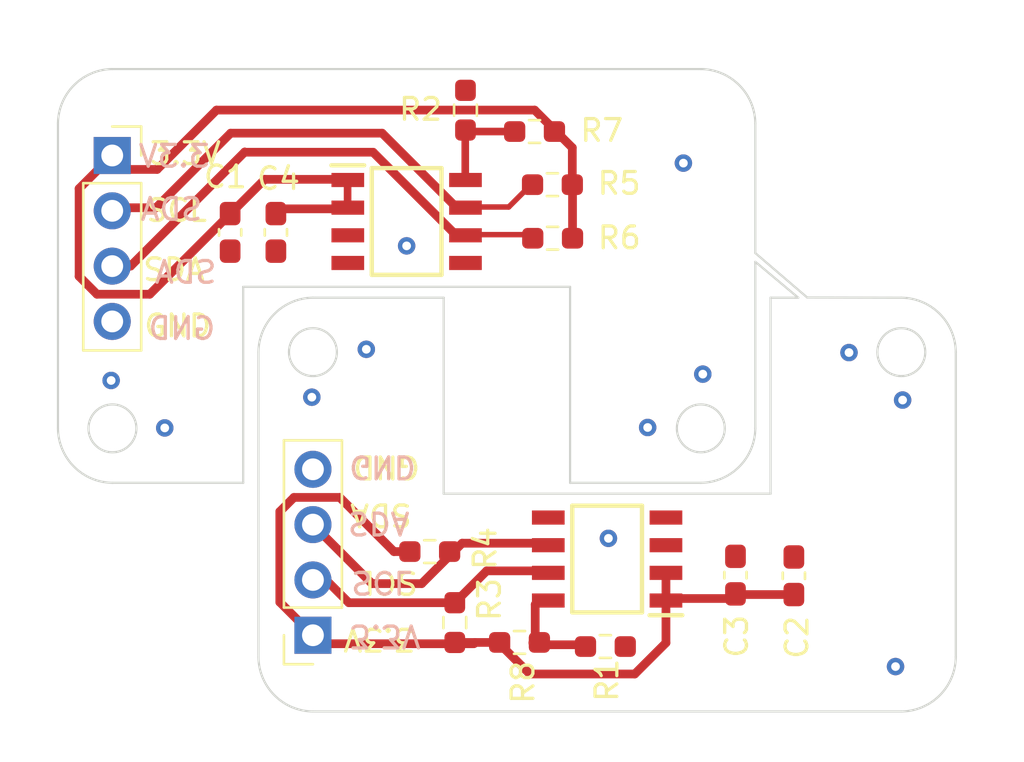
<source format=kicad_pcb>
(kicad_pcb (version 20221018) (generator pcbnew)
  (layers (0 "F.Cu" signal) (31 "B.Cu" signal) (34 "B.Paste" user) (35 "F.Paste" user) (36 "B.SilkS" user "B.Silkscreen") (37 "F.SilkS" user "F.Silkscreen") (38 "B.Mask" user) (39 "F.Mask" user) (44 "Edge.Cuts" user))
  (net 0 "")
  (net 1 "GND")
  (net 4 "/SDA_0")
  (net 5 "/SCL_0")
  (net 6 "Net-(IC1-DIR)")
  (net 9 "/SDA_1")
  (net 10 "/SCL_1")
  (net 11 "Net-(IC2-DIR)")
  (net 12 "/3.3V")
  (footprint "Resistor_SMD:R_0603_1608Metric_Pad0.98x0.95mm_HandSolder" (layer "F.Cu") (at 109.71 115.41878 -90)
    (fp_text reference "R3" (at -1.06 -1.589999 -90) (layer "F.SilkS"))
    (fp_text value "4.7k")
    (fp_line (start -0.254724 -0.5225) (end 0.254724 -0.5225) (stroke (width 0.12)) (layer "F.SilkS"))
    (fp_line (start -0.254724 0.5225) (end 0.254724 0.5225) (stroke (width 0.12)) (layer "F.SilkS"))
    (pad "1" smd roundrect (at -0.9125 0 270) (size 0.975 0.95) (layers "F.Cu" "F.Paste" "F.Mask") (net 5 "/SCL_0"))
    (pad "2" smd roundrect (at 0.9125 0 270) (size 0.975 0.95) (layers "F.Cu" "F.Paste" "F.Mask") (net 12 "/3.3V"))
  )
  (footprint "Connector_PinSocket_2.54mm:PinSocket_1x04_P2.54mm_Vertical" (layer "F.Cu") (at 93.99 93.97)
    (fp_text reference "J2" hide)
    (fp_text value "MR_Conn")
    (fp_line (start -1.33 1.27) (end -1.33 8.95) (stroke (width 0.12)) (layer "F.SilkS"))
    (fp_line (start -1.33 1.27) (end 1.33 1.27) (stroke (width 0.12)) (layer "F.SilkS"))
    (fp_line (start -1.33 8.95) (end 1.33 8.95) (stroke (width 0.12)) (layer "F.SilkS"))
    (fp_line (start 0 -1.33) (end 1.33 -1.33) (stroke (width 0.12)) (layer "F.SilkS"))
    (fp_line (start 1.33 -1.33) (end 1.33 0) (stroke (width 0.12)) (layer "F.SilkS"))
    (fp_line (start 1.33 1.27) (end 1.33 8.95) (stroke (width 0.12)) (layer "F.SilkS"))
    (pad "1" thru_hole rect (at 0 0) (size 1.7 1.7) (drill 1) (layers "*.Cu" "*.Mask") (net 12 "/3.3V"))
    (pad "2" thru_hole oval (at 0 2.54) (size 1.7 1.7) (drill 1) (layers "*.Cu" "*.Mask") (net 10 "/SCL_1"))
    (pad "3" thru_hole oval (at 0 5.08) (size 1.7 1.7) (drill 1) (layers "*.Cu" "*.Mask") (net 9 "/SDA_1"))
    (pad "4" thru_hole oval (at 0 7.62) (size 1.7 1.7) (drill 1) (layers "*.Cu" "*.Mask") (net 1 "GND"))
  )
  (footprint "Capacitor_SMD:C_0603_1608Metric_Pad1.08x0.95mm_HandSolder" (layer "F.Cu") (at 99.4 97.5 -90)
    (fp_text reference "C1" (at -2.55 0.22) (layer "F.SilkS"))
    (fp_text value "0.1uF")
    (fp_line (start -0.146267 -0.51) (end 0.146267 -0.51) (stroke (width 0.12)) (layer "F.SilkS"))
    (fp_line (start -0.146267 0.51) (end 0.146267 0.51) (stroke (width 0.12)) (layer "F.SilkS"))
    (pad "1" smd roundrect (at -0.8625 0 270) (size 1.075 0.95) (layers "F.Cu" "F.Paste" "F.Mask") (net 12 "/3.3V"))
    (pad "2" smd roundrect (at 0.8625 0 270) (size 1.075 0.95) (layers "F.Cu" "F.Paste" "F.Mask") (net 1 "GND"))
  )
  (footprint "footprint:SOIC127P600X175-8N" (layer "F.Cu") (at 116.699998 112.5 180)
    (fp_text reference "IC1" hide)
    (fp_text value "AS5600-MR")
    (fp_line (start -3.45 -2.58) (end -1.95 -2.58) (stroke (width 0.2)) (layer "F.SilkS"))
    (fp_line (start -1.6 -2.45) (end 1.6 -2.45) (stroke (width 0.2)) (layer "F.SilkS"))
    (fp_line (start -1.6 2.45) (end -1.6 -2.45) (stroke (width 0.2)) (layer "F.SilkS"))
    (fp_line (start 1.6 -2.45) (end 1.6 2.45) (stroke (width 0.2)) (layer "F.SilkS"))
    (fp_line (start 1.6 2.45) (end -1.6 2.45) (stroke (width 0.2)) (layer "F.SilkS"))
    (pad "1" smd rect (at -2.7 -1.905 180) (size 1.5 0.65) (layers "F.Cu" "F.Paste" "F.Mask") (net 12 "/3.3V"))
    (pad "2" smd rect (at -2.7 -0.635 180) (size 1.5 0.65) (layers "F.Cu" "F.Paste" "F.Mask") (net 12 "/3.3V"))
    (pad "3" smd rect (at -2.7 0.635 180) (size 1.5 0.65) (layers "F.Cu" "F.Paste" "F.Mask"))
    (pad "4" smd rect (at -2.7 1.905 180) (size 1.5 0.65) (layers "F.Cu" "F.Paste" "F.Mask") (net 1 "GND"))
    (pad "5" smd rect (at 2.7 1.905 180) (size 1.5 0.65) (layers "F.Cu" "F.Paste" "F.Mask"))
    (pad "6" smd rect (at 2.7 0.635 180) (size 1.5 0.65) (layers "F.Cu" "F.Paste" "F.Mask") (net 4 "/SDA_0"))
    (pad "7" smd rect (at 2.7 -0.635 180) (size 1.5 0.65) (layers "F.Cu" "F.Paste" "F.Mask") (net 5 "/SCL_0"))
    (pad "8" smd rect (at 2.7 -1.905 180) (size 1.5 0.65) (layers "F.Cu" "F.Paste" "F.Mask") (net 6 "Net-(IC1-DIR)"))
  )
  (footprint "Resistor_SMD:R_0603_1608Metric_Pad0.98x0.95mm_HandSolder" (layer "F.Cu") (at 116.62 116.51878)
    (fp_text reference "R1" (at 0.07 1.55 90) (layer "F.SilkS"))
    (fp_text value "4.7k")
    (fp_line (start -0.254724 -0.5225) (end 0.254724 -0.5225) (stroke (width 0.12)) (layer "F.SilkS"))
    (fp_line (start -0.254724 0.5225) (end 0.254724 0.5225) (stroke (width 0.12)) (layer "F.SilkS"))
    (pad "1" smd roundrect (at -0.9125 0) (size 0.975 0.95) (layers "F.Cu" "F.Paste" "F.Mask") (net 6 "Net-(IC1-DIR)"))
    (pad "2" smd roundrect (at 0.9125 0) (size 0.975 0.95) (layers "F.Cu" "F.Paste" "F.Mask") (net 1 "GND"))
  )
  (footprint "Capacitor_SMD:C_0603_1608Metric_Pad1.08x0.95mm_HandSolder" (layer "F.Cu") (at 101.5 97.5 -90)
    (fp_text reference "C4" (at -2.47 -0.12) (layer "F.SilkS"))
    (fp_text value "1uF")
    (fp_line (start -0.146267 -0.51) (end 0.146267 -0.51) (stroke (width 0.12)) (layer "F.SilkS"))
    (fp_line (start -0.146267 0.51) (end 0.146267 0.51) (stroke (width 0.12)) (layer "F.SilkS"))
    (pad "1" smd roundrect (at -0.8625 0 270) (size 1.075 0.95) (layers "F.Cu" "F.Paste" "F.Mask") (net 12 "/3.3V"))
    (pad "2" smd roundrect (at 0.8625 0 270) (size 1.075 0.95) (layers "F.Cu" "F.Paste" "F.Mask") (net 1 "GND"))
  )
  (footprint "Resistor_SMD:R_0603_1608Metric_Pad0.98x0.95mm_HandSolder" (layer "F.Cu") (at 108.559999 112.158781 180)
    (fp_text reference "R4" (at -2.54 0.150001 90) (layer "F.SilkS"))
    (fp_text value "4.7k")
    (fp_line (start -0.254724 -0.5225) (end 0.254724 -0.5225) (stroke (width 0.12)) (layer "F.SilkS"))
    (fp_line (start -0.254724 0.5225) (end 0.254724 0.5225) (stroke (width 0.12)) (layer "F.SilkS"))
    (pad "1" smd roundrect (at -0.9125 0 180) (size 0.975 0.95) (layers "F.Cu" "F.Paste" "F.Mask") (net 4 "/SDA_0"))
    (pad "2" smd roundrect (at 0.9125 0 180) (size 0.975 0.95) (layers "F.Cu" "F.Paste" "F.Mask") (net 12 "/3.3V"))
  )
  (footprint "Resistor_SMD:R_0603_1608Metric_Pad0.98x0.95mm_HandSolder" (layer "F.Cu") (at 110.2 91.89 90)
    (fp_text reference "R2" (at 0.04 -2.06 180) (layer "F.SilkS"))
    (fp_text value "4.7k")
    (fp_line (start -0.254724 -0.5225) (end 0.254724 -0.5225) (stroke (width 0.12)) (layer "F.SilkS"))
    (fp_line (start -0.254724 0.5225) (end 0.254724 0.5225) (stroke (width 0.12)) (layer "F.SilkS"))
    (pad "1" smd roundrect (at -0.9125 0 90) (size 0.975 0.95) (layers "F.Cu" "F.Paste" "F.Mask") (net 11 "Net-(IC2-DIR)"))
    (pad "2" smd roundrect (at 0.9125 0 90) (size 0.975 0.95) (layers "F.Cu" "F.Paste" "F.Mask") (net 1 "GND"))
  )
  (footprint "Resistor_SMD:R_0603_1608Metric_Pad0.98x0.95mm_HandSolder" (layer "F.Cu") (at 112.68 116.32878 180)
    (fp_text reference "R8" (at -0.159999 -1.83 90) (layer "F.SilkS"))
    (fp_text value "4.7k")
    (fp_line (start -0.254724 -0.5225) (end 0.254724 -0.5225) (stroke (width 0.12)) (layer "F.SilkS"))
    (fp_line (start -0.254724 0.5225) (end 0.254724 0.5225) (stroke (width 0.12)) (layer "F.SilkS"))
    (pad "1" smd roundrect (at -0.9125 0 180) (size 0.975 0.95) (layers "F.Cu" "F.Paste" "F.Mask") (net 6 "Net-(IC1-DIR)"))
    (pad "2" smd roundrect (at 0.9125 0 180) (size 0.975 0.95) (layers "F.Cu" "F.Paste" "F.Mask") (net 12 "/3.3V"))
  )
  (footprint "Resistor_SMD:R_0603_1608Metric_Pad0.98x0.95mm_HandSolder" (layer "F.Cu") (at 114.2 97.77)
    (fp_text reference "R6" (at 3.06 -0.02) (layer "F.SilkS"))
    (fp_text value "4.7k")
    (fp_line (start -0.254724 -0.5225) (end 0.254724 -0.5225) (stroke (width 0.12)) (layer "F.SilkS"))
    (fp_line (start -0.254724 0.5225) (end 0.254724 0.5225) (stroke (width 0.12)) (layer "F.SilkS"))
    (pad "1" smd roundrect (at -0.9125 0) (size 0.975 0.95) (layers "F.Cu" "F.Paste" "F.Mask") (net 9 "/SDA_1"))
    (pad "2" smd roundrect (at 0.9125 0) (size 0.975 0.95) (layers "F.Cu" "F.Paste" "F.Mask") (net 12 "/3.3V"))
  )
  (footprint "Connector_PinSocket_2.54mm:PinSocket_1x04_P2.54mm_Vertical" (layer "F.Cu") (at 103.199999 116 180)
    (fp_text reference "J1" hide)
    (fp_text value "ML_Conn")
    (fp_line (start -1.33 1.27) (end -1.33 8.95) (stroke (width 0.12)) (layer "F.SilkS"))
    (fp_line (start -1.33 1.27) (end 1.33 1.27) (stroke (width 0.12)) (layer "F.SilkS"))
    (fp_line (start -1.33 8.95) (end 1.33 8.95) (stroke (width 0.12)) (layer "F.SilkS"))
    (fp_line (start 0 -1.33) (end 1.33 -1.33) (stroke (width 0.12)) (layer "F.SilkS"))
    (fp_line (start 1.33 -1.33) (end 1.33 0) (stroke (width 0.12)) (layer "F.SilkS"))
    (fp_line (start 1.33 1.27) (end 1.33 8.95) (stroke (width 0.12)) (layer "F.SilkS"))
    (pad "1" thru_hole rect (at 0 0 180) (size 1.7 1.7) (drill 1) (layers "*.Cu" "*.Mask") (net 12 "/3.3V"))
    (pad "2" thru_hole oval (at 0 2.54 180) (size 1.7 1.7) (drill 1) (layers "*.Cu" "*.Mask") (net 5 "/SCL_0"))
    (pad "3" thru_hole oval (at 0 5.08 180) (size 1.7 1.7) (drill 1) (layers "*.Cu" "*.Mask") (net 4 "/SDA_0"))
    (pad "4" thru_hole oval (at 0 7.62 180) (size 1.7 1.7) (drill 1) (layers "*.Cu" "*.Mask") (net 1 "GND"))
  )
  (footprint "Resistor_SMD:R_0603_1608Metric_Pad0.98x0.95mm_HandSolder" (layer "F.Cu") (at 114.19 95.31)
    (fp_text reference "R5" (at 3.06 -0.06) (layer "F.SilkS"))
    (fp_text value "4.7k")
    (fp_line (start -0.254724 -0.5225) (end 0.254724 -0.5225) (stroke (width 0.12)) (layer "F.SilkS"))
    (fp_line (start -0.254724 0.5225) (end 0.254724 0.5225) (stroke (width 0.12)) (layer "F.SilkS"))
    (pad "1" smd roundrect (at -0.9125 0) (size 0.975 0.95) (layers "F.Cu" "F.Paste" "F.Mask") (net 10 "/SCL_1"))
    (pad "2" smd roundrect (at 0.9125 0) (size 0.975 0.95) (layers "F.Cu" "F.Paste" "F.Mask") (net 12 "/3.3V"))
  )
  (footprint "footprint:SOIC127P600X175-8N" (layer "F.Cu") (at 107.5 97)
    (fp_text reference "IC2" hide)
    (fp_text value "AS5600-ML")
    (fp_line (start -3.45 -2.58) (end -1.95 -2.58) (stroke (width 0.2)) (layer "F.SilkS"))
    (fp_line (start -1.6 -2.45) (end 1.6 -2.45) (stroke (width 0.2)) (layer "F.SilkS"))
    (fp_line (start -1.6 2.45) (end -1.6 -2.45) (stroke (width 0.2)) (layer "F.SilkS"))
    (fp_line (start 1.6 -2.45) (end 1.6 2.45) (stroke (width 0.2)) (layer "F.SilkS"))
    (fp_line (start 1.6 2.45) (end -1.6 2.45) (stroke (width 0.2)) (layer "F.SilkS"))
    (pad "1" smd rect (at -2.7 -1.905) (size 1.5 0.65) (layers "F.Cu" "F.Paste" "F.Mask") (net 12 "/3.3V"))
    (pad "2" smd rect (at -2.7 -0.635) (size 1.5 0.65) (layers "F.Cu" "F.Paste" "F.Mask") (net 12 "/3.3V"))
    (pad "3" smd rect (at -2.7 0.635) (size 1.5 0.65) (layers "F.Cu" "F.Paste" "F.Mask"))
    (pad "4" smd rect (at -2.7 1.905) (size 1.5 0.65) (layers "F.Cu" "F.Paste" "F.Mask") (net 1 "GND"))
    (pad "5" smd rect (at 2.7 1.905) (size 1.5 0.65) (layers "F.Cu" "F.Paste" "F.Mask"))
    (pad "6" smd rect (at 2.7 0.635) (size 1.5 0.65) (layers "F.Cu" "F.Paste" "F.Mask") (net 9 "/SDA_1"))
    (pad "7" smd rect (at 2.7 -0.635) (size 1.5 0.65) (layers "F.Cu" "F.Paste" "F.Mask") (net 10 "/SCL_1"))
    (pad "8" smd rect (at 2.7 -1.905) (size 1.5 0.65) (layers "F.Cu" "F.Paste" "F.Mask") (net 11 "Net-(IC2-DIR)"))
  )
  (footprint "Capacitor_SMD:C_0603_1608Metric_Pad1.08x0.95mm_HandSolder" (layer "F.Cu") (at 122.589999 113.23878 90)
    (fp_text reference "C3" (at -2.81 0.05 90) (layer "F.SilkS"))
    (fp_text value "1uF")
    (fp_line (start -0.146267 -0.51) (end 0.146267 -0.51) (stroke (width 0.12)) (layer "F.SilkS"))
    (fp_line (start -0.146267 0.51) (end 0.146267 0.51) (stroke (width 0.12)) (layer "F.SilkS"))
    (pad "1" smd roundrect (at -0.8625 0 90) (size 1.075 0.95) (layers "F.Cu" "F.Paste" "F.Mask") (net 12 "/3.3V"))
    (pad "2" smd roundrect (at 0.8625 0 90) (size 1.075 0.95) (layers "F.Cu" "F.Paste" "F.Mask") (net 1 "GND"))
  )
  (footprint "Capacitor_SMD:C_0603_1608Metric_Pad1.08x0.95mm_HandSolder" (layer "F.Cu") (at 125.269999 113.26878 90)
    (fp_text reference "C2" (at -2.83 0.14 90) (layer "F.SilkS"))
    (fp_text value "0.1uF")
    (fp_line (start -0.146267 -0.51) (end 0.146267 -0.51) (stroke (width 0.12)) (layer "F.SilkS"))
    (fp_line (start -0.146267 0.51) (end 0.146267 0.51) (stroke (width 0.12)) (layer "F.SilkS"))
    (pad "1" smd roundrect (at -0.8625 0 90) (size 1.075 0.95) (layers "F.Cu" "F.Paste" "F.Mask") (net 12 "/3.3V"))
    (pad "2" smd roundrect (at 0.8625 0 90) (size 1.075 0.95) (layers "F.Cu" "F.Paste" "F.Mask") (net 1 "GND"))
  )
  (footprint "Resistor_SMD:R_0603_1608Metric_Pad0.98x0.95mm_HandSolder" (layer "F.Cu") (at 113.37 92.87)
    (fp_text reference "R7" (at 3.09 -0.05 180) (layer "F.SilkS"))
    (fp_text value "4.7k")
    (fp_line (start -0.254724 -0.5225) (end 0.254724 -0.5225) (stroke (width 0.12)) (layer "F.SilkS"))
    (fp_line (start -0.254724 0.5225) (end 0.254724 0.5225) (stroke (width 0.12)) (layer "F.SilkS"))
    (pad "1" smd roundrect (at -0.9125 0) (size 0.975 0.95) (layers "F.Cu" "F.Paste" "F.Mask") (net 11 "Net-(IC2-DIR)"))
    (pad "2" smd roundrect (at 0.9125 0) (size 0.975 0.95) (layers "F.Cu" "F.Paste" "F.Mask") (net 12 "/3.3V"))
  )
  (gr_circle (center 94 106.5) (end 95.1 106.5) (stroke (width 0.1)) (fill none) (layer "Edge.Cuts"))
  (gr_line (start 91.5 106.5) (end 91.5 92.5) (stroke (width 0.1)) (layer "Edge.Cuts"))
  (gr_line (start 123.5 92.5) (end 123.5 98.45) (stroke (width 0.1)) (layer "Edge.Cuts"))
  (gr_line (start 100 100) (end 115 100) (stroke (width 0.1)) (layer "Edge.Cuts"))
  (gr_line (start 132.699998 102.999998) (end 132.699999 116.999999) (stroke (width 0.1)) (layer "Edge.Cuts"))
  (gr_line (start 100 109) (end 100 100) (stroke (width 0.1)) (layer "Edge.Cuts"))
  (gr_circle (center 103.199999 103) (end 104.299999 103) (stroke (width 0.1)) (fill none) (layer "Edge.Cuts"))
  (gr_circle (center 121 106.5) (end 122.1 106.5) (stroke (width 0.1)) (fill none) (layer "Edge.Cuts"))
  (gr_line (start 130.199999 119.5) (end 103.199998 119.5) (stroke (width 0.1)) (layer "Edge.Cuts"))
  (gr_line (start 100.7 103) (end 100.699998 117) (stroke (width 0.1)) (layer "Edge.Cuts"))
  (gr_line (start 123.5 106.5) (end 123.5 98.85) (stroke (width 0.1)) (layer "Edge.Cuts"))
  (gr_arc (start 130.199998 100.499999) (mid 131.961121 101.238875) (end 132.699998 102.999998) (stroke (width 0.1)) (layer "Edge.Cuts"))
  (gr_line (start 124.199999 100.499999) (end 125.469999 100.499999) (stroke (width 0.1)) (layer "Edge.Cuts"))
  (gr_arc (start 94 109) (mid 92.238877 108.261123) (end 91.5 106.5) (stroke (width 0.1)) (layer "Edge.Cuts"))
  (gr_line (start 123.5 98.45) (end 125.88 100.49) (stroke (width 0.1)) (layer "Edge.Cuts"))
  (gr_line (start 124.2 109.5) (end 109.199998 109.5) (stroke (width 0.1)) (layer "Edge.Cuts"))
  (gr_arc (start 123.5 106.5) (mid 122.761124 108.261123) (end 121 109) (stroke (width 0.1)) (layer "Edge.Cuts"))
  (gr_line (start 103.199999 100.499999) (end 109.199999 100.499999) (stroke (width 0.1)) (layer "Edge.Cuts"))
  (gr_line (start 109.199999 100.499999) (end 109.199998 109.5) (stroke (width 0.1)) (layer "Edge.Cuts"))
  (gr_arc (start 91.5 92.5) (mid 92.238877 90.738877) (end 94 90) (stroke (width 0.1)) (layer "Edge.Cuts"))
  (gr_arc (start 121 90) (mid 122.761123 90.738877) (end 123.5 92.5) (stroke (width 0.1)) (layer "Edge.Cuts"))
  (gr_arc (start 132.699999 116.999999) (mid 131.961122 118.761122) (end 130.199999 119.5) (stroke (width 0.1)) (layer "Edge.Cuts"))
  (gr_arc (start 100.7 103) (mid 101.438876 101.238878) (end 103.199999 100.499999) (stroke (width 0.1)) (layer "Edge.Cuts"))
  (gr_line (start 100 109) (end 94 109) (stroke (width 0.1)) (layer "Edge.Cuts"))
  (gr_line (start 125.469999 100.499999) (end 123.5 98.85) (stroke (width 0.1)) (layer "Edge.Cuts"))
  (gr_line (start 115 109) (end 115 100) (stroke (width 0.1)) (layer "Edge.Cuts"))
  (gr_line (start 124.199999 100.499999) (end 124.2 109.5) (stroke (width 0.1)) (layer "Edge.Cuts"))
  (gr_line (start 121 109) (end 115 109) (stroke (width 0.1)) (layer "Edge.Cuts"))
  (gr_line (start 94 90) (end 121 90) (stroke (width 0.1)) (layer "Edge.Cuts"))
  (gr_arc (start 103.199998 119.5) (mid 101.438875 118.761123) (end 100.699998 117) (stroke (width 0.1)) (layer "Edge.Cuts"))
  (gr_circle (center 130.199999 103) (end 129.099999 103) (stroke (width 0.1)) (fill none) (layer "Edge.Cuts"))
  (gr_line (start 125.88 100.49) (end 130.199998 100.499999) (stroke (width 0.1)) (layer "Edge.Cuts"))
  (gr_text "SDA\n\n" (at 98.86 101.53) (layer "B.SilkS") (effects (font (size 1 1)) (justify left bottom mirror)))
  (gr_text "3.3V\n" (at 98.55 94.59) (layer "B.SilkS") (effects (font (size 1 1)) (justify left bottom mirror)))
  (gr_text "GND\n" (at 104.767025 107.682801 180) (layer "B.SilkS") (effects (font (size 1 1)) (justify left bottom mirror)))
  (gr_text "GND\n" (at 98.81 102.5) (layer "B.SilkS") (effects (font (size 1 1)) (justify left bottom mirror)))
  (gr_text "SDA\n\n" (at 98.21 98.64) (layer "B.SilkS") (effects (font (size 1 1)) (justify left bottom mirror)))
  (gr_text "SDA\n\n" (at 104.717024 108.652801 180) (layer "B.SilkS") (effects (font (size 1 1)) (justify left bottom mirror)))
  (gr_text "SCL\n" (at 104.867024 112.982801 180) (layer "B.SilkS") (effects (font (size 1 1)) (justify left bottom mirror)))
  (gr_text "3.3V\n" (at 104.799999 115.44878 180) (layer "B.SilkS") (effects (font (size 1 1)) (justify left bottom mirror)))
  (gr_text "GND\n" (at 95.37 102.38) (layer "F.SilkS") (effects (font (size 1 1)) (justify left bottom)))
  (gr_text "3.3V\n" (at 95.63 94.47) (layer "F.SilkS") (effects (font (size 1 1)) (justify left bottom)))
  (gr_text "SCL\n" (at 95.47 97.08) (layer "F.SilkS") (effects (font (size 1 1)) (justify left bottom)))
  (gr_text "SCL\n" (at 108.101709 112.987476 180) (layer "F.SilkS") (effects (font (size 1 1)) (justify left bottom)))
  (gr_text "GND\n" (at 108.201708 107.687476 180) (layer "F.SilkS") (effects (font (size 1 1)) (justify left bottom)))
  (gr_text "3.3V\n" (at 107.941709 115.597475 180) (layer "F.SilkS") (effects (font (size 1 1)) (justify left bottom)))
  (gr_text "SDA\n\n" (at 95.32 101.41) (layer "F.SilkS") (effects (font (size 1 1)) (justify left bottom)))
  (gr_text "SDA\n\n" (at 107.819999 108.27878 180) (layer "F.SilkS") (effects (font (size 1 1)) (justify left bottom)))
  (via (at 116.759998 111.55) (size 0.8) (drill 0.4) (layers "F.Cu" "B.Cu") (net 1))
  (via (at 120.2 94.32) (size 0.8) (drill 0.4) (layers "F.Cu" "B.Cu") (net 1))
  (via (at 129.934656 117.43846) (size 0.8) (drill 0.4) (layers "F.Cu" "B.Cu") (net 1))
  (via (at 103.149999 105.06878) (size 0.8) (drill 0.4) (layers "F.Cu" "B.Cu") (net 1))
  (via (at 127.799997 103.019998) (size 0.8) (drill 0.4) (layers "F.Cu" "B.Cu") (net 1))
  (via (at 96.4 106.48) (size 0.8) (drill 0.4) (layers "F.Cu" "B.Cu") (net 1))
  (via (at 130.26 105.2) (size 0.8) (drill 0.4) (layers "F.Cu" "B.Cu") (net 1))
  (via (at 105.649999 102.86878) (size 0.8) (drill 0.4) (layers "F.Cu" "B.Cu") (net 1))
  (via (at 121.09 104.01) (size 0.8) (drill 0.4) (layers "F.Cu" "B.Cu") (net 1))
  (via (at 118.56 106.46) (size 0.8) (drill 0.4) (layers "F.Cu" "B.Cu") (net 1))
  (via (at 93.94 104.3) (size 0.8) (drill 0.4) (layers "F.Cu" "B.Cu") (net 1))
  (via (at 107.5 98.12) (size 0.8) (drill 0.4) (layers "F.Cu" "B.Cu") (net 1))
  (segment (start 105.908779 113.62878) (end 103.199999 110.92) (width 0.4) (layer "F.Cu") (net 4))
  (segment (start 113.999998 111.773779) (end 110.046219 111.773779) (width 0.4) (layer "F.Cu") (net 4))
  (segment (start 110.046219 111.773779) (end 108.191218 113.62878) (width 0.4) (layer "F.Cu") (net 4))
  (segment (start 108.191218 113.62878) (end 105.908779 113.62878) (width 0.4) (layer "F.Cu") (net 4))
  (segment (start 111.172499 113.04378) (end 109.709999 114.50628) (width 0.4) (layer "F.Cu") (net 5))
  (segment (start 109.74 114.506281) (end 109.709999 114.50628) (width 0.25) (layer "F.Cu") (net 5))
  (segment (start 109.709999 114.50628) (end 104.846278 114.50628) (width 0.4) (layer "F.Cu") (net 5))
  (segment (start 104.846278 114.50628) (end 103.799998 113.46) (width 0.4) (layer "F.Cu") (net 5))
  (segment (start 103.799998 113.46) (end 103.199999 113.46) (width 0.4) (layer "F.Cu") (net 5))
  (segment (start 109.709999 114.50628) (end 109.709999 114.321279) (width 0.25) (layer "F.Cu") (net 5))
  (segment (start 113.999999 113.04378) (end 111.172499 113.04378) (width 0.4) (layer "F.Cu") (net 5))
  (segment (start 113.675 114.313779) (end 113.399998 114.588779) (width 0.4) (layer "F.Cu") (net 6))
  (segment (start 113.339999 116.39628) (end 113.359998 116.39628) (width 0.25) (layer "F.Cu") (net 6))
  (segment (start 113.399999 116.236279) (end 113.289998 116.346279) (width 0.4) (layer "F.Cu") (net 6))
  (segment (start 113.4 116.436281) (end 115.675 116.43628) (width 0.4) (layer "F.Cu") (net 6))
  (segment (start 113.359998 116.39628) (end 113.4 116.436281) (width 0.4) (layer "F.Cu") (net 6))
  (segment (start 113.399998 114.588779) (end 113.399999 116.236279) (width 0.4) (layer "F.Cu") (net 6))
  (segment (start 115.707499 116.468779) (end 115.7075 116.518781) (width 0.25) (layer "F.Cu") (net 6))
  (segment (start 115.675 116.43628) (end 115.707499 116.468779) (width 0.25) (layer "F.Cu") (net 6))
  (segment (start 113.289998 116.346279) (end 113.339999 116.39628) (width 0.25) (layer "F.Cu") (net 6))
  (segment (start 113.999999 114.31378) (end 113.675 114.313779) (width 0.25) (layer "F.Cu") (net 6))
  (segment (start 100.08 93.82) (end 105.96 93.82) (width 0.4) (layer "F.Cu") (net 9))
  (segment (start 110.19 97.605) (end 113.1225 97.605) (width 0.25) (layer "F.Cu") (net 9))
  (segment (start 105.96 93.82) (end 109.745 97.605) (width 0.4) (layer "F.Cu") (net 9))
  (segment (start 93.99 99.05) (end 94.83 99.05) (width 0.4) (layer "F.Cu") (net 9))
  (segment (start 100.07 93.81) (end 100.08 93.82) (width 0.4) (layer "F.Cu") (net 9))
  (segment (start 109.745 97.605) (end 110.19 97.605) (width 0.25) (layer "F.Cu") (net 9))
  (segment (start 113.1225 97.605) (end 113.2875 97.77) (width 0.25) (layer "F.Cu") (net 9))
  (segment (start 94.83 99.05) (end 100.07 93.81) (width 0.4) (layer "F.Cu") (net 9))
  (segment (start 96 96.37) (end 94.13 96.37) (width 0.4) (layer "F.Cu") (net 10))
  (segment (start 94.13 96.37) (end 93.99 96.51) (width 0.4) (layer "F.Cu") (net 10))
  (segment (start 112.185 96.335) (end 113.21 95.31) (width 0.25) (layer "F.Cu") (net 10))
  (segment (start 106.375 92.945) (end 99.425 92.945) (width 0.4) (layer "F.Cu") (net 10))
  (segment (start 99.425 92.945) (end 96 96.37) (width 0.4) (layer "F.Cu") (net 10))
  (segment (start 109.765 96.335) (end 106.375 92.945) (width 0.4) (layer "F.Cu") (net 10))
  (segment (start 110.19 96.335) (end 109.765 96.335) (width 0.25) (layer "F.Cu") (net 10))
  (segment (start 110.19 96.335) (end 112.185 96.335) (width 0.25) (layer "F.Cu") (net 10))
  (segment (start 113.21 95.31) (end 113.2775 95.31) (width 0.25) (layer "F.Cu") (net 10))
  (segment (start 110.19 95.065) (end 110.19 92.8825) (width 0.35) (layer "F.Cu") (net 11))
  (segment (start 109.865 95.065) (end 110.19 95.065) (width 0.25) (layer "F.Cu") (net 11))
  (segment (start 112.2475 92.87) (end 112.3 92.9225) (width 0.25) (layer "F.Cu") (net 11))
  (segment (start 110.19 92.8825) (end 110.2025 92.87) (width 0.25) (layer "F.Cu") (net 11))
  (segment (start 110.2025 92.87) (end 112.2475 92.87) (width 0.35) (layer "F.Cu") (net 11))
  (segment (start 115.1025 95.31) (end 115.1025 93.6125) (width 0.4) (layer "F.Cu") (net 12))
  (segment (start 117.969999 117.778781) (end 119.399999 116.34878) (width 0.4) (layer "F.Cu") (net 12))
  (segment (start 92.47 99.52) (end 93.29 100.34) (width 0.4) (layer "F.Cu") (net 12))
  (segment (start 93.29 100.34) (end 95.715 100.34) (width 0.4) (layer "F.Cu") (net 12))
  (segment (start 109.71 116.33128) (end 110.639998 116.33128) (width 0.4) (layer "F.Cu") (net 12))
  (segment (start 104.79 96.335) (end 104.79 95.065) (width 0.35) (layer "F.Cu") (net 12))
  (segment (start 119.4 114.31378) (end 119.4 113.043779) (width 0.4) (layer "F.Cu") (net 12))
  (segment (start 122.619999 114.131279) (end 125.27 114.131281) (width 0.4) (layer "F.Cu") (net 12))
  (segment (start 111.767498 116.39628) (end 113.149999 117.77878) (width 0.4) (layer "F.Cu") (net 12))
  (segment (start 92.47 95.49) (end 92.47 99.52) (width 0.4) (layer "F.Cu") (net 12))
  (segment (start 110.639998 116.33128) (end 111.764999 116.331281) (width 0.4) (layer "F.Cu") (net 12))
  (segment (start 103.199999 116) (end 101.679998 114.479999) (width 0.4) (layer "F.Cu") (net 12))
  (segment (start 115.1125 95.32) (end 115.1025 95.31) (width 0.25) (layer "F.Cu") (net 12))
  (segment (start 96.05 94.61) (end 93.35 94.61) (width 0.4) (layer "F.Cu") (net 12))
  (segment (start 122.3775 114.313781) (end 122.589999 114.10128) (width 0.4) (layer "F.Cu") (net 12))
  (segment (start 105.215 95.065) (end 104.79 95.065) (width 0.25) (layer "F.Cu") (net 12))
  (segment (start 122.589999 114.10128) (end 122.619999 114.131279) (width 0.4) (layer "F.Cu") (net 12))
  (segment (start 109.659999 116.281281) (end 109.71 116.33128) (width 0.25) (layer "F.Cu") (net 12))
  (segment (start 113.149999 117.77878) (end 117.969999 117.778781) (width 0.4) (layer "F.Cu") (net 12))
  (segment (start 101.69 96.6175) (end 101.53 96.4575) (width 0.25) (layer "F.Cu") (net 12))
  (segment (start 111.767499 116.328778) (end 111.767498 116.39628) (width 0.4) (layer "F.Cu") (net 12))
  (segment (start 93.35 94.61) (end 92.47 95.49) (width 0.4) (layer "F.Cu") (net 12))
  (segment (start 110.581278 116.39) (end 103.589999 116.39) (width 0.4) (layer "F.Cu") (net 12))
  (segment (start 115.1025 93.6125) (end 113.375 91.885) (width 0.4) (layer "F.Cu") (net 12))
  (segment (start 95.715 100.34) (end 100.99 95.065) (width 0.4) (layer "F.Cu") (net 12))
  (segment (start 119.4 114.31378) (end 122.3775 114.313781) (width 0.4) (layer "F.Cu") (net 12))
  (segment (start 110.639998 116.33128) (end 110.581278 116.39) (width 0.4) (layer "F.Cu") (net 12))
  (segment (start 101.679998 110.32) (end 102.329998 109.67) (width 0.4) (layer "F.Cu") (net 12))
  (segment (start 106.918779 112.158781) (end 107.647499 112.158781) (width 0.4) (layer "F.Cu") (net 12))
  (segment (start 101.53 96.42) (end 104.705 96.42) (width 0.4) (layer "F.Cu") (net 12))
  (segment (start 102.329998 109.67) (end 104.429998 109.67) (width 0.4) (layer "F.Cu") (net 12))
  (segment (start 101.679998 114.479999) (end 101.679998 110.32) (width 0.4) (layer "F.Cu") (net 12))
  (segment (start 104.705 96.42) (end 104.79 96.335) (width 0.25) (layer "F.Cu") (net 12))
  (segment (start 104.429998 109.67) (end 106.918779 112.158781) (width 0.4) (layer "F.Cu") (net 12))
  (segment (start 100.99 95.065) (end 104.79 95.065) (width 0.4) (layer "F.Cu") (net 12))
  (segment (start 113.375 91.885) (end 98.775 91.885) (width 0.4) (layer "F.Cu") (net 12))
  (segment (start 119.399999 116.34878) (end 119.4 114.31378) (width 0.4) (layer "F.Cu") (net 12))
  (segment (start 111.764999 116.331281) (end 111.767499 116.328778) (width 0.4) (layer "F.Cu") (net 12))
  (segment (start 103.589999 116.39) (end 103.199999 116) (width 0.4) (layer "F.Cu") (net 12))
  (segment (start 98.775 91.885) (end 96.05 94.61) (width 0.4) (layer "F.Cu") (net 12))
  (segment (start 115.1125 97.77) (end 115.1125 95.32) (width 0.4) (layer "F.Cu") (net 12))
  (segment (start 101.53 96.4575) (end 101.53 96.42) (width 0.25) (layer "F.Cu") (net 12))
)
</source>
